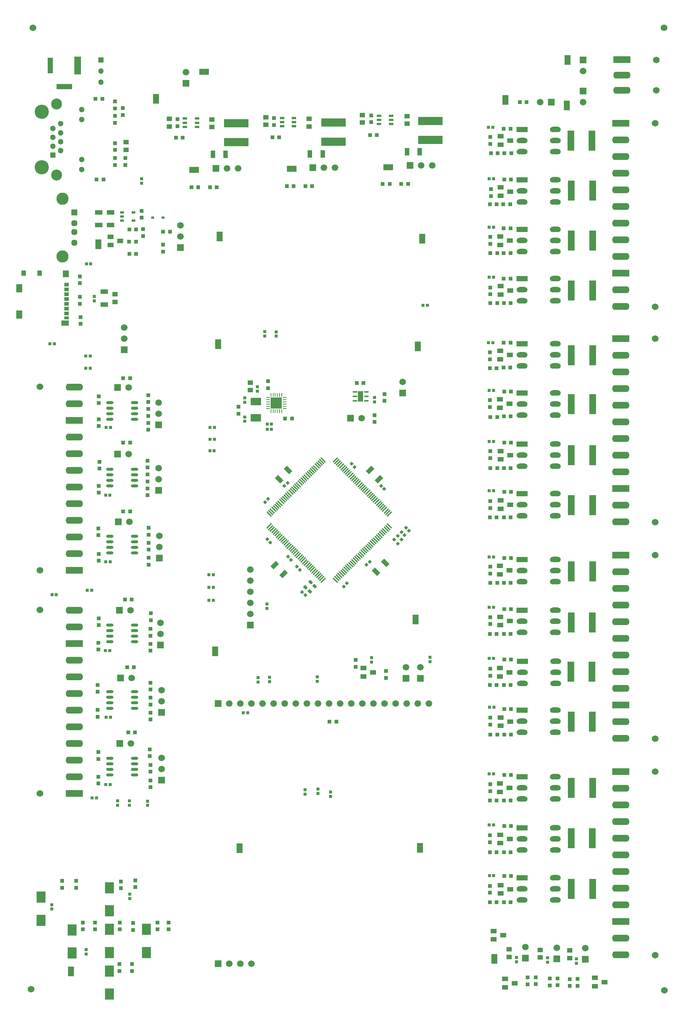
<source format=gbr>
%TF.GenerationSoftware,Altium Limited,Altium Designer,19.1.5 (86)*%
G04 Layer_Color=255*
%FSLAX26Y26*%
%MOIN*%
%TF.FileFunction,Pads,Top*%
%TF.Part,Single*%
G01*
G75*
%TA.AperFunction,SMDPad,CuDef*%
G04:AMPARAMS|DCode=11|XSize=66.929mil|YSize=41.339mil|CornerRadius=0mil|HoleSize=0mil|Usage=FLASHONLY|Rotation=225.000|XOffset=0mil|YOffset=0mil|HoleType=Round|Shape=Rectangle|*
%AMROTATEDRECTD11*
4,1,4,0.009048,0.038278,0.038278,0.009048,-0.009048,-0.038278,-0.038278,-0.009048,0.009048,0.038278,0.0*
%
%ADD11ROTATEDRECTD11*%

G04:AMPARAMS|DCode=12|XSize=66.929mil|YSize=41.339mil|CornerRadius=0mil|HoleSize=0mil|Usage=FLASHONLY|Rotation=135.000|XOffset=0mil|YOffset=0mil|HoleType=Round|Shape=Rectangle|*
%AMROTATEDRECTD12*
4,1,4,0.038278,-0.009048,0.009048,-0.038278,-0.038278,0.009048,-0.009048,0.038278,0.038278,-0.009048,0.0*
%
%ADD12ROTATEDRECTD12*%

%ADD13P,0.035634X4X360.0*%
%ADD14P,0.035634X4X270.0*%
%ADD15P,0.038974X4X360.0*%
G04:AMPARAMS|DCode=16|XSize=33.465mil|YSize=25.591mil|CornerRadius=0mil|HoleSize=0mil|Usage=FLASHONLY|Rotation=135.000|XOffset=0mil|YOffset=0mil|HoleType=Round|Shape=Rectangle|*
%AMROTATEDRECTD16*
4,1,4,0.020879,-0.002784,0.002784,-0.020879,-0.020879,0.002784,-0.002784,0.020879,0.020879,-0.002784,0.0*
%
%ADD16ROTATEDRECTD16*%

%ADD17R,0.094488X0.066929*%
%ADD18R,0.039370X0.023622*%
G04:AMPARAMS|DCode=19|XSize=21.654mil|YSize=31.496mil|CornerRadius=1.949mil|HoleSize=0mil|Usage=FLASHONLY|Rotation=90.000|XOffset=0mil|YOffset=0mil|HoleType=Round|Shape=RoundedRectangle|*
%AMROUNDEDRECTD19*
21,1,0.021654,0.027599,0,0,90.0*
21,1,0.017756,0.031496,0,0,90.0*
1,1,0.003898,0.013799,0.008878*
1,1,0.003898,0.013799,-0.008878*
1,1,0.003898,-0.013799,-0.008878*
1,1,0.003898,-0.013799,0.008878*
%
%ADD19ROUNDEDRECTD19*%
%ADD20R,0.039370X0.015748*%
%ADD21R,0.050394X0.094488*%
%ADD22O,0.064961X0.025591*%
%ADD23O,0.035433X0.009842*%
%ADD24O,0.009842X0.035433*%
%ADD25R,0.098425X0.098425*%
%ADD26R,0.055118X0.086614*%
%ADD27R,0.086614X0.055118*%
%TA.AperFunction,ConnectorPad*%
%ADD28R,0.053150X0.074803*%
%ADD29R,0.039370X0.047244*%
%ADD30R,0.053150X0.061024*%
%ADD31R,0.043307X0.033465*%
%ADD32R,0.043307X0.029528*%
%ADD33R,0.070866X0.046063*%
%TA.AperFunction,SMDPad,CuDef*%
%ADD34R,0.078740X0.098425*%
%ADD35R,0.035433X0.033465*%
%ADD36R,0.033465X0.035433*%
%ADD37R,0.051181X0.041339*%
%ADD38R,0.055118X0.039370*%
%ADD39R,0.222047X0.077953*%
%TA.AperFunction,ConnectorPad*%
%ADD40R,0.157480X0.062992*%
%ADD41O,0.157480X0.062992*%
%TA.AperFunction,SMDPad,CuDef*%
%ADD42R,0.157480X0.062992*%
%ADD43O,0.157480X0.062992*%
%ADD44R,0.059055X0.181102*%
%ADD45R,0.031496X0.023622*%
%ADD46R,0.025197X0.025197*%
%ADD47R,0.025197X0.025197*%
%ADD48R,0.041339X0.066929*%
%ADD49R,0.066929X0.041339*%
%TA.AperFunction,ConnectorPad*%
%ADD50R,0.078740X0.098425*%
%TA.AperFunction,SMDPad,CuDef*%
G04:AMPARAMS|DCode=51|XSize=11.811mil|YSize=61.024mil|CornerRadius=0mil|HoleSize=0mil|Usage=FLASHONLY|Rotation=45.000|XOffset=0mil|YOffset=0mil|HoleType=Round|Shape=Rectangle|*
%AMROTATEDRECTD51*
4,1,4,0.017399,-0.025751,-0.025751,0.017399,-0.017399,0.025751,0.025751,-0.017399,0.017399,-0.025751,0.0*
%
%ADD51ROTATEDRECTD51*%

G04:AMPARAMS|DCode=52|XSize=11.811mil|YSize=61.024mil|CornerRadius=0mil|HoleSize=0mil|Usage=FLASHONLY|Rotation=315.000|XOffset=0mil|YOffset=0mil|HoleType=Round|Shape=Rectangle|*
%AMROTATEDRECTD52*
4,1,4,-0.025751,-0.017399,0.017399,0.025751,0.025751,0.017399,-0.017399,-0.025751,-0.025751,-0.017399,0.0*
%
%ADD52ROTATEDRECTD52*%

%TA.AperFunction,ComponentPad*%
%ADD56R,0.050000X0.050000*%
%ADD57C,0.050000*%
%ADD58R,0.059055X0.059055*%
%ADD59C,0.059055*%
%ADD60R,0.059055X0.059055*%
%ADD61R,0.100000X0.050000*%
%ADD62O,0.100000X0.050000*%
%ADD63C,0.110236*%
%ADD64C,0.057087*%
%ADD65R,0.057087X0.057087*%
%ADD66C,0.060000*%
%ADD67R,0.139764X0.051181*%
%ADD68R,0.051181X0.139764*%
%ADD69R,0.061024X0.161417*%
%ADD70R,0.051181X0.051181*%
%ADD71C,0.051181*%
%ADD72C,0.127953*%
%ADD73C,0.098425*%
%TA.AperFunction,ViaPad*%
%ADD74C,0.060000*%
D11*
X3421062Y4573938D02*
D03*
X3338938Y4656062D02*
D03*
X4281062Y5428938D02*
D03*
X4198938Y5511062D02*
D03*
D12*
X3378938Y5428938D02*
D03*
X3461062Y5511062D02*
D03*
X4253938Y4593938D02*
D03*
X4336062Y4676062D02*
D03*
D13*
X3252194Y5222194D02*
D03*
X3280311Y5250311D02*
D03*
X4167194Y4657194D02*
D03*
X4195311Y4685311D02*
D03*
X3427194Y5367194D02*
D03*
X3455311Y5395311D02*
D03*
X3962194Y4462194D02*
D03*
X3990311Y4490311D02*
D03*
D14*
X4032194Y5567806D02*
D03*
X4060311Y5539689D02*
D03*
X3567806Y4612194D02*
D03*
X3539689Y4640311D02*
D03*
X4328117Y5341883D02*
D03*
X4300000Y5370000D02*
D03*
X4521941Y4992552D02*
D03*
X4550059Y4964435D02*
D03*
X3487806Y4702194D02*
D03*
X3459689Y4730311D02*
D03*
X3272194Y4887806D02*
D03*
X3300311Y4859689D02*
D03*
X4481941Y4952552D02*
D03*
X4510059Y4924435D02*
D03*
X3587194Y4412806D02*
D03*
X3615311Y4384689D02*
D03*
D15*
X4449949Y4919545D02*
D03*
X4484747Y4884746D02*
D03*
X4415150D02*
D03*
X4449949Y4849948D02*
D03*
D16*
X3664176Y4501758D02*
D03*
X3701758Y4464176D02*
D03*
X3618242Y4455824D02*
D03*
X3655824Y4418242D02*
D03*
D17*
X3170000Y6127835D02*
D03*
Y5982165D02*
D03*
D18*
X2639134Y8602598D02*
D03*
Y8640000D02*
D03*
Y8677401D02*
D03*
X2530866D02*
D03*
Y8640000D02*
D03*
Y8602598D02*
D03*
X3514134Y8607598D02*
D03*
Y8645000D02*
D03*
Y8682401D02*
D03*
X3405866D02*
D03*
Y8645000D02*
D03*
Y8607598D02*
D03*
X4389606Y8627598D02*
D03*
Y8665000D02*
D03*
Y8702401D02*
D03*
X4281339D02*
D03*
Y8665000D02*
D03*
Y8627598D02*
D03*
D19*
X1964803Y7832402D02*
D03*
Y7795000D02*
D03*
Y7757599D02*
D03*
X2065197D02*
D03*
Y7832402D02*
D03*
D20*
X4062244Y6214370D02*
D03*
Y6175000D02*
D03*
Y6135630D02*
D03*
X4167756Y6214370D02*
D03*
Y6175000D02*
D03*
Y6135630D02*
D03*
D21*
X4115000Y6175000D02*
D03*
D22*
X1853780Y2915000D02*
D03*
Y2865000D02*
D03*
Y2815000D02*
D03*
Y2765000D02*
D03*
X2076220Y2915000D02*
D03*
Y2865000D02*
D03*
Y2815000D02*
D03*
Y2765000D02*
D03*
X1853780Y3515000D02*
D03*
Y3465000D02*
D03*
Y3415000D02*
D03*
Y3365000D02*
D03*
X2076220Y3515000D02*
D03*
Y3465000D02*
D03*
Y3415000D02*
D03*
Y3365000D02*
D03*
X1853780Y4115000D02*
D03*
Y4065000D02*
D03*
Y4015000D02*
D03*
Y3965000D02*
D03*
X2076220Y4115000D02*
D03*
Y4065000D02*
D03*
Y4015000D02*
D03*
Y3965000D02*
D03*
X1853780Y4915000D02*
D03*
Y4865000D02*
D03*
Y4815000D02*
D03*
Y4765000D02*
D03*
X2076220Y4915000D02*
D03*
Y4865000D02*
D03*
Y4815000D02*
D03*
Y4765000D02*
D03*
X1853780Y5520000D02*
D03*
Y5470000D02*
D03*
Y5420000D02*
D03*
Y5370000D02*
D03*
X2076220Y5520000D02*
D03*
Y5470000D02*
D03*
Y5420000D02*
D03*
Y5370000D02*
D03*
X1853780Y6120000D02*
D03*
Y6070000D02*
D03*
Y6020000D02*
D03*
Y5970000D02*
D03*
X2076220Y6120000D02*
D03*
Y6070000D02*
D03*
Y6020000D02*
D03*
Y5970000D02*
D03*
D23*
X3280000Y6164370D02*
D03*
Y6144685D02*
D03*
Y6125000D02*
D03*
Y6105315D02*
D03*
Y6085630D02*
D03*
Y6065945D02*
D03*
X3429606D02*
D03*
Y6085630D02*
D03*
Y6105315D02*
D03*
Y6125000D02*
D03*
Y6144685D02*
D03*
Y6164370D02*
D03*
D24*
X3305591Y6040354D02*
D03*
X3325276D02*
D03*
X3344961D02*
D03*
X3364646D02*
D03*
X3384331D02*
D03*
X3404016D02*
D03*
Y6189961D02*
D03*
X3384331D02*
D03*
X3364646D02*
D03*
X3344961D02*
D03*
X3325276D02*
D03*
X3305591D02*
D03*
D25*
X3354803Y6115158D02*
D03*
D26*
X4650000Y2110000D02*
D03*
X3025000Y2105000D02*
D03*
X4670000Y7595000D02*
D03*
X2845000Y7615000D02*
D03*
X4610000Y4165000D02*
D03*
X4630000Y6625000D02*
D03*
X2830000Y6645000D02*
D03*
X2805000Y3880000D02*
D03*
X5320000Y1110000D02*
D03*
X5420000Y8845000D02*
D03*
X1505000Y995000D02*
D03*
X2270000Y8855000D02*
D03*
X1750000Y7545000D02*
D03*
X5980000Y9205000D02*
D03*
X5975000Y8795000D02*
D03*
D27*
X2615000Y8215000D02*
D03*
X3495000Y8225000D02*
D03*
X4365000Y8239213D02*
D03*
X2705000Y9100000D02*
D03*
D28*
X1036909Y6913445D02*
D03*
Y7148484D02*
D03*
D29*
X1220965Y7286280D02*
D03*
X1075295D02*
D03*
D30*
X1458169Y7279390D02*
D03*
D31*
X1463091Y7182539D02*
D03*
Y7139232D02*
D03*
Y7095925D02*
D03*
Y7052618D02*
D03*
Y7009311D02*
D03*
Y6966004D02*
D03*
Y6922697D02*
D03*
D32*
Y6881358D02*
D03*
D33*
X1449311Y6833721D02*
D03*
D34*
X1235000Y1664331D02*
D03*
Y1455669D02*
D03*
X1850000Y1165669D02*
D03*
Y1374331D02*
D03*
X2185000Y1165669D02*
D03*
Y1374331D02*
D03*
X1515000Y1160669D02*
D03*
Y1369331D02*
D03*
X1850000Y1540669D02*
D03*
Y1749331D02*
D03*
D35*
X2055000Y1060512D02*
D03*
Y999488D02*
D03*
X2065000Y1430512D02*
D03*
Y1369488D02*
D03*
X1720000Y1435512D02*
D03*
Y1374488D02*
D03*
X2385000Y1435512D02*
D03*
Y1374488D02*
D03*
X2085000Y1815512D02*
D03*
Y1754488D02*
D03*
X4240000Y5944488D02*
D03*
Y6005512D02*
D03*
X4345000Y3700512D02*
D03*
Y3639488D02*
D03*
X4070000Y3800512D02*
D03*
Y3739488D02*
D03*
X2465000Y8670512D02*
D03*
Y8609488D02*
D03*
X3335000Y8680512D02*
D03*
Y8619488D02*
D03*
X4210000Y8705512D02*
D03*
Y8644488D02*
D03*
X2155000Y7680512D02*
D03*
Y7619488D02*
D03*
X2140000Y7845512D02*
D03*
Y7784488D02*
D03*
X2335000Y7540512D02*
D03*
Y7479488D02*
D03*
X4330000Y6134488D02*
D03*
Y6195512D02*
D03*
X6000000Y925512D02*
D03*
Y864488D02*
D03*
X5820000Y930512D02*
D03*
Y869488D02*
D03*
X5620000Y940512D02*
D03*
Y879488D02*
D03*
X1940000Y1060512D02*
D03*
Y999488D02*
D03*
X1945000Y1435512D02*
D03*
Y1374488D02*
D03*
X1610000Y1435512D02*
D03*
Y1374488D02*
D03*
X2285000Y1435512D02*
D03*
Y1374488D02*
D03*
X1955000Y1805512D02*
D03*
Y1744488D02*
D03*
X1590000Y6890000D02*
D03*
Y6828976D02*
D03*
X1585000Y7193976D02*
D03*
Y7255000D02*
D03*
Y7009488D02*
D03*
Y7070512D02*
D03*
X1750000Y2750000D02*
D03*
Y2688976D02*
D03*
X1745000Y3350512D02*
D03*
Y3289488D02*
D03*
X2215000Y2995512D02*
D03*
Y2934488D02*
D03*
X2220000Y2715512D02*
D03*
Y2654488D02*
D03*
Y2855512D02*
D03*
Y2794488D02*
D03*
X1750000Y2970512D02*
D03*
Y2909488D02*
D03*
X2220000Y3595512D02*
D03*
Y3534488D02*
D03*
Y3325512D02*
D03*
Y3264488D02*
D03*
Y3460512D02*
D03*
Y3399488D02*
D03*
X1745000Y3575512D02*
D03*
Y3514488D02*
D03*
X1750000Y3955512D02*
D03*
Y3894488D02*
D03*
X1755000Y4755512D02*
D03*
Y4694488D02*
D03*
X2225000Y4220512D02*
D03*
Y4159488D02*
D03*
X2220000Y3945512D02*
D03*
Y3884488D02*
D03*
Y4080512D02*
D03*
Y4019488D02*
D03*
X1755000Y4175512D02*
D03*
Y4114488D02*
D03*
X2205000Y4990512D02*
D03*
Y4929488D02*
D03*
Y4720512D02*
D03*
Y4659488D02*
D03*
Y4855512D02*
D03*
Y4794488D02*
D03*
X1750000Y4985000D02*
D03*
Y4923976D02*
D03*
X1755000Y5370000D02*
D03*
Y5308976D02*
D03*
Y5970000D02*
D03*
Y5908976D02*
D03*
X2195000Y5595000D02*
D03*
Y5533976D02*
D03*
Y5345512D02*
D03*
Y5284488D02*
D03*
Y5470512D02*
D03*
Y5409488D02*
D03*
X1760000Y5585512D02*
D03*
Y5524488D02*
D03*
X2200000Y6185000D02*
D03*
Y6123976D02*
D03*
Y5935000D02*
D03*
Y5873976D02*
D03*
Y6060512D02*
D03*
Y5999488D02*
D03*
X1755000Y6175512D02*
D03*
Y6114488D02*
D03*
X1900000Y8701024D02*
D03*
Y8640000D02*
D03*
Y8320512D02*
D03*
Y8259488D02*
D03*
Y8831024D02*
D03*
Y8770000D02*
D03*
Y8455512D02*
D03*
Y8394488D02*
D03*
X1425000Y1749488D02*
D03*
Y1810512D02*
D03*
X1550000D02*
D03*
Y1749488D02*
D03*
X3015000Y6019488D02*
D03*
Y6080512D02*
D03*
X3280000Y6249488D02*
D03*
Y6310512D02*
D03*
X5280000Y1765512D02*
D03*
Y1704488D02*
D03*
Y2220512D02*
D03*
Y2159488D02*
D03*
X5285000Y2680512D02*
D03*
Y2619488D02*
D03*
Y3280512D02*
D03*
Y3219488D02*
D03*
Y3720512D02*
D03*
Y3659488D02*
D03*
Y4185512D02*
D03*
Y4124488D02*
D03*
Y4640512D02*
D03*
Y4579488D02*
D03*
Y5230512D02*
D03*
Y5169488D02*
D03*
Y5680512D02*
D03*
Y5619488D02*
D03*
X5280000Y6570512D02*
D03*
Y6509488D02*
D03*
Y6140512D02*
D03*
Y6079488D02*
D03*
X5285000Y7610512D02*
D03*
Y7549488D02*
D03*
Y7155512D02*
D03*
Y7094488D02*
D03*
X5290000Y8040512D02*
D03*
Y7979488D02*
D03*
X5285000Y8510512D02*
D03*
Y8449488D02*
D03*
X6070000Y927480D02*
D03*
Y866457D02*
D03*
X5890000Y932480D02*
D03*
Y871457D02*
D03*
X5695000Y942480D02*
D03*
Y881457D02*
D03*
X1970000Y8771024D02*
D03*
Y8710000D02*
D03*
X1995000Y8320512D02*
D03*
Y8259488D02*
D03*
D36*
X5549488Y8825000D02*
D03*
X5610512D02*
D03*
X2650512Y8060000D02*
D03*
X2589488D02*
D03*
X3510512Y8070000D02*
D03*
X3449488D02*
D03*
X4375512Y8090000D02*
D03*
X4314488D02*
D03*
X2090512Y7680000D02*
D03*
X2029488D02*
D03*
X2335000Y7660000D02*
D03*
X2396024D02*
D03*
X4140512Y6295000D02*
D03*
X4079488D02*
D03*
X3834488Y3245000D02*
D03*
X3895512D02*
D03*
X2080512Y3150000D02*
D03*
X2019488D02*
D03*
X2071024Y3735000D02*
D03*
X2010000D02*
D03*
X2050000Y4345000D02*
D03*
X1988976D02*
D03*
X2035512Y5140000D02*
D03*
X1974488D02*
D03*
X2036024Y5760000D02*
D03*
X1975000D02*
D03*
X2035512Y6340000D02*
D03*
X1974488D02*
D03*
X1724488Y8855000D02*
D03*
X1785512D02*
D03*
X1735000Y8130000D02*
D03*
X1796024D02*
D03*
X3495512Y5975000D02*
D03*
X3434488D02*
D03*
X5340512Y1620000D02*
D03*
X5279488D02*
D03*
X5341024Y2070000D02*
D03*
X5280000D02*
D03*
X5470512Y1855000D02*
D03*
X5409488D02*
D03*
X5470512Y2305000D02*
D03*
X5409488D02*
D03*
X5340512Y2535000D02*
D03*
X5279488D02*
D03*
X5345512Y3130000D02*
D03*
X5284488D02*
D03*
X5470512Y2765000D02*
D03*
X5409488D02*
D03*
X5470512Y3360000D02*
D03*
X5409488D02*
D03*
X5340512Y3575000D02*
D03*
X5279488D02*
D03*
X5340512Y4035000D02*
D03*
X5279488D02*
D03*
X5470512Y3805000D02*
D03*
X5409488D02*
D03*
X5470512Y4260000D02*
D03*
X5409488D02*
D03*
X5345512Y4495000D02*
D03*
X5284488D02*
D03*
X5340512Y5085000D02*
D03*
X5279488D02*
D03*
X5470512Y4720000D02*
D03*
X5409488D02*
D03*
X5470512Y5315000D02*
D03*
X5409488D02*
D03*
X5345512Y5530000D02*
D03*
X5284488D02*
D03*
X5470512Y5760000D02*
D03*
X5409488D02*
D03*
X5345512Y5990000D02*
D03*
X5284488D02*
D03*
X5341024Y6430000D02*
D03*
X5280000D02*
D03*
X5470512Y6220000D02*
D03*
X5409488D02*
D03*
X5465512Y6660000D02*
D03*
X5404488D02*
D03*
X5345512Y7015000D02*
D03*
X5284488D02*
D03*
X5345512Y7465000D02*
D03*
X5284488D02*
D03*
X5465512Y7235000D02*
D03*
X5404488D02*
D03*
X5465512Y7690000D02*
D03*
X5404488D02*
D03*
X5341024Y7905000D02*
D03*
X5280000D02*
D03*
X5350512Y8365000D02*
D03*
X5289488D02*
D03*
X5470512Y8130000D02*
D03*
X5409488D02*
D03*
X5466024Y8585000D02*
D03*
X5405000D02*
D03*
X2817480Y8060000D02*
D03*
X2756457D02*
D03*
X3677480Y8070000D02*
D03*
X3616457D02*
D03*
X4542480Y8090000D02*
D03*
X4481457D02*
D03*
X2027520Y7570000D02*
D03*
X2088543D02*
D03*
X2028976Y7460000D02*
D03*
X2090000D02*
D03*
X5467480Y1620000D02*
D03*
X5406457D02*
D03*
X5467480Y2070000D02*
D03*
X5406457D02*
D03*
X5467480Y2535000D02*
D03*
X5406457D02*
D03*
X5471024Y3130000D02*
D03*
X5410000D02*
D03*
X5467480Y3575000D02*
D03*
X5406457D02*
D03*
X5467480Y4035000D02*
D03*
X5406457D02*
D03*
X5467480Y4495000D02*
D03*
X5406457D02*
D03*
X5467480Y5085000D02*
D03*
X5406457D02*
D03*
X5467480Y5530000D02*
D03*
X5406457D02*
D03*
X5467480Y5995000D02*
D03*
X5406457D02*
D03*
X5465000Y6435000D02*
D03*
X5403976D02*
D03*
X5467480Y7015000D02*
D03*
X5406457D02*
D03*
X5466024Y7465000D02*
D03*
X5405000D02*
D03*
X5462480Y7905000D02*
D03*
X5401457D02*
D03*
X5472480Y8365000D02*
D03*
X5411457D02*
D03*
X2510512Y8505000D02*
D03*
X2449488D02*
D03*
X3380512Y8510000D02*
D03*
X3319488D02*
D03*
X4260512Y8530000D02*
D03*
X4199488D02*
D03*
D37*
X2390000Y8675000D02*
D03*
Y8606102D02*
D03*
X3260000Y8689449D02*
D03*
Y8620551D02*
D03*
X4130000Y8709449D02*
D03*
Y8640551D02*
D03*
X6000000Y1184449D02*
D03*
Y1115551D02*
D03*
X5735000Y1189449D02*
D03*
Y1120551D02*
D03*
X5455000Y1194449D02*
D03*
Y1125551D02*
D03*
X1900000Y7093898D02*
D03*
Y7025000D02*
D03*
X2000000Y8396102D02*
D03*
Y8465000D02*
D03*
X3120000Y6230551D02*
D03*
Y6299449D02*
D03*
X2775000Y8600551D02*
D03*
Y8669449D02*
D03*
X3650000Y8605551D02*
D03*
Y8674449D02*
D03*
X4535000Y8630551D02*
D03*
Y8699449D02*
D03*
D38*
X5463307Y1735000D02*
D03*
X5376693Y1697599D02*
D03*
Y1772402D02*
D03*
X5461614Y2187598D02*
D03*
X5375000Y2150197D02*
D03*
Y2225000D02*
D03*
X5458307Y2650000D02*
D03*
X5371693Y2612599D02*
D03*
Y2687402D02*
D03*
X5463307Y3245000D02*
D03*
X5376693Y3207599D02*
D03*
Y3282402D02*
D03*
X5458307Y3690000D02*
D03*
X5371693Y3652599D02*
D03*
Y3727402D02*
D03*
X5461614Y4152401D02*
D03*
X5375000Y4115000D02*
D03*
Y4189803D02*
D03*
X5458307Y4610000D02*
D03*
X5371693Y4572599D02*
D03*
Y4647402D02*
D03*
X5463307Y5200000D02*
D03*
X5376693Y5162599D02*
D03*
Y5237402D02*
D03*
X5463307Y5645000D02*
D03*
X5376693Y5607599D02*
D03*
Y5682402D02*
D03*
X5458307Y6110000D02*
D03*
X5371693Y6072599D02*
D03*
Y6147402D02*
D03*
X5461614Y6547401D02*
D03*
X5375000Y6510000D02*
D03*
Y6584803D02*
D03*
X5463307Y7130000D02*
D03*
X5376693Y7092599D02*
D03*
Y7167402D02*
D03*
X5461614Y7577401D02*
D03*
X5375000Y7540000D02*
D03*
Y7614803D02*
D03*
X5463307Y8020000D02*
D03*
X5376693Y7982599D02*
D03*
Y8057402D02*
D03*
X5463307Y8480000D02*
D03*
X5376693Y8442599D02*
D03*
Y8517402D02*
D03*
X1948307Y7575000D02*
D03*
X1861693Y7537599D02*
D03*
Y7612402D02*
D03*
X6313307Y900000D02*
D03*
X6226693Y862598D02*
D03*
Y937402D02*
D03*
X5503307Y890000D02*
D03*
X5416693Y852598D02*
D03*
Y927402D02*
D03*
X5401614Y1322598D02*
D03*
X5315000Y1285197D02*
D03*
Y1360000D02*
D03*
X4228307Y3690000D02*
D03*
X4141693Y3652599D02*
D03*
Y3727402D02*
D03*
D39*
X2995000Y8636220D02*
D03*
Y8463780D02*
D03*
X3870000Y8641220D02*
D03*
Y8468780D02*
D03*
X4745000Y8656220D02*
D03*
Y8483780D02*
D03*
D40*
X1535000Y2600000D02*
D03*
Y3950000D02*
D03*
Y4610000D02*
D03*
Y5960000D02*
D03*
X6470945Y9206969D02*
D03*
D41*
X1535000Y2750000D02*
D03*
Y2900000D02*
D03*
Y3050000D02*
D03*
Y3200000D02*
D03*
Y3350000D02*
D03*
Y3500000D02*
D03*
Y3650000D02*
D03*
Y3800000D02*
D03*
Y4100000D02*
D03*
Y4250000D02*
D03*
Y4760000D02*
D03*
Y4910000D02*
D03*
Y5060000D02*
D03*
Y5210000D02*
D03*
Y5360000D02*
D03*
Y5510000D02*
D03*
Y5660000D02*
D03*
Y5810000D02*
D03*
Y6110000D02*
D03*
Y6260000D02*
D03*
X6470945Y9069173D02*
D03*
Y8931378D02*
D03*
D42*
X6460000Y2795000D02*
D03*
Y1445000D02*
D03*
X6458976Y4745000D02*
D03*
Y3395000D02*
D03*
X6460000Y6695000D02*
D03*
Y5345000D02*
D03*
Y8635000D02*
D03*
Y7285000D02*
D03*
D43*
Y2645000D02*
D03*
Y2495000D02*
D03*
Y2345000D02*
D03*
Y2195000D02*
D03*
Y2045000D02*
D03*
Y1895000D02*
D03*
Y1745000D02*
D03*
Y1595000D02*
D03*
Y1295000D02*
D03*
Y1145000D02*
D03*
X6458976Y4595000D02*
D03*
Y4445000D02*
D03*
Y4295000D02*
D03*
Y4145000D02*
D03*
Y3995000D02*
D03*
Y3845000D02*
D03*
Y3695000D02*
D03*
Y3545000D02*
D03*
Y3245000D02*
D03*
Y3095000D02*
D03*
X6460000Y6545000D02*
D03*
Y6395000D02*
D03*
Y6245000D02*
D03*
Y6095000D02*
D03*
Y5945000D02*
D03*
Y5795000D02*
D03*
Y5645000D02*
D03*
Y5495000D02*
D03*
Y5195000D02*
D03*
Y5045000D02*
D03*
Y8485000D02*
D03*
Y8335000D02*
D03*
Y8185000D02*
D03*
Y8035000D02*
D03*
Y7885000D02*
D03*
Y7735000D02*
D03*
Y7585000D02*
D03*
Y7435000D02*
D03*
Y7135000D02*
D03*
Y6985000D02*
D03*
D44*
X6206457Y1740000D02*
D03*
X6013543D02*
D03*
X6205000Y2195000D02*
D03*
X6012087D02*
D03*
X6206457Y2650000D02*
D03*
X6013543D02*
D03*
X6205000Y3245000D02*
D03*
X6012087D02*
D03*
X6201457Y3695000D02*
D03*
X6008543D02*
D03*
X6205000Y4140000D02*
D03*
X6012087D02*
D03*
X6206457Y4600000D02*
D03*
X6013543D02*
D03*
X6206457Y5195000D02*
D03*
X6013543D02*
D03*
X6206457Y5645000D02*
D03*
X6013543D02*
D03*
X6206457Y6105000D02*
D03*
X6013543D02*
D03*
X6206457Y6545000D02*
D03*
X6013543D02*
D03*
X6206457Y7130000D02*
D03*
X6013543D02*
D03*
X6206457Y7580000D02*
D03*
X6013543D02*
D03*
X6206457Y8030000D02*
D03*
X6013543D02*
D03*
X6201457Y8480000D02*
D03*
X6008543D02*
D03*
D45*
X2335000Y7785000D02*
D03*
X2240512D02*
D03*
D46*
X1925000Y2491890D02*
D03*
Y2531653D02*
D03*
X3355000Y6716890D02*
D03*
Y6756654D02*
D03*
X3190000Y3643110D02*
D03*
Y3603347D02*
D03*
X3725000Y3648110D02*
D03*
Y3608347D02*
D03*
X3845000Y2571890D02*
D03*
Y2611653D02*
D03*
X3250000Y6720000D02*
D03*
Y6759764D02*
D03*
X3295000Y3645000D02*
D03*
Y3605236D02*
D03*
X3730000Y2600000D02*
D03*
Y2639764D02*
D03*
X2030000Y2491890D02*
D03*
Y2531653D02*
D03*
X3615000Y2633110D02*
D03*
Y2593347D02*
D03*
X2195000Y2530000D02*
D03*
Y2490236D02*
D03*
X2140000Y8135000D02*
D03*
Y8095236D02*
D03*
X4740000Y3825000D02*
D03*
Y3785236D02*
D03*
X6060000Y1108110D02*
D03*
Y1068347D02*
D03*
X5800000Y1118110D02*
D03*
Y1078347D02*
D03*
X5520000Y1123110D02*
D03*
Y1083347D02*
D03*
X2035000Y1693110D02*
D03*
Y1653347D02*
D03*
X1640000Y1193110D02*
D03*
Y1153347D02*
D03*
X3270000Y4265236D02*
D03*
Y4305000D02*
D03*
X4215000Y3821220D02*
D03*
Y3781457D02*
D03*
X4240000Y6165000D02*
D03*
Y6125236D02*
D03*
X1715000Y7033779D02*
D03*
Y7073543D02*
D03*
X1330000Y1556890D02*
D03*
Y1596653D02*
D03*
X3070000Y5990000D02*
D03*
Y5950236D02*
D03*
Y6121890D02*
D03*
Y6161654D02*
D03*
X3185000Y6221890D02*
D03*
Y6261654D02*
D03*
D47*
X4718110Y6995000D02*
D03*
X4678346D02*
D03*
X2798110Y5790000D02*
D03*
X2758347D02*
D03*
X2788110Y4455000D02*
D03*
X2748347D02*
D03*
X2795000Y5685000D02*
D03*
X2755236D02*
D03*
X2788110Y4570000D02*
D03*
X2748347D02*
D03*
X1678110Y6430000D02*
D03*
X1638347D02*
D03*
X1733110Y2560000D02*
D03*
X1693347D02*
D03*
X2756890Y5895000D02*
D03*
X2796653D02*
D03*
X2746890Y4340000D02*
D03*
X2786653D02*
D03*
X1650000Y4430000D02*
D03*
X1689764D02*
D03*
X1636890Y6540000D02*
D03*
X1676653D02*
D03*
X1641890Y7370000D02*
D03*
X1681653D02*
D03*
X1331890Y4390000D02*
D03*
X1371653D02*
D03*
X1315000Y6650000D02*
D03*
X1354764D02*
D03*
X3098110Y3325000D02*
D03*
X3058347D02*
D03*
X5315000Y1860000D02*
D03*
X5275236D02*
D03*
X5313110Y2315000D02*
D03*
X5273346D02*
D03*
X5313110Y2775000D02*
D03*
X5273346D02*
D03*
X5316221Y3375000D02*
D03*
X5276457D02*
D03*
X5313110Y3815000D02*
D03*
X5273346D02*
D03*
X5313110Y4275000D02*
D03*
X5273346D02*
D03*
X5313110Y4730000D02*
D03*
X5273346D02*
D03*
X5313110Y5325000D02*
D03*
X5273346D02*
D03*
X5313110Y5770000D02*
D03*
X5273346D02*
D03*
X5313110Y6230000D02*
D03*
X5273346D02*
D03*
X5308110Y6660000D02*
D03*
X5268346D02*
D03*
X5313110Y7250000D02*
D03*
X5273346D02*
D03*
X5313110Y7700000D02*
D03*
X5273346D02*
D03*
X5313110Y8135000D02*
D03*
X5273346D02*
D03*
X5308110Y8600000D02*
D03*
X5268346D02*
D03*
X1858110Y2680000D02*
D03*
X1818347D02*
D03*
X1860000Y3285000D02*
D03*
X1820236D02*
D03*
X1853110Y3885000D02*
D03*
X1813347D02*
D03*
X1858110Y4685000D02*
D03*
X1818347D02*
D03*
X1855000Y5285000D02*
D03*
X1815236D02*
D03*
X1860000Y5895000D02*
D03*
X1820236D02*
D03*
X3271890Y5880000D02*
D03*
X3311653D02*
D03*
X3271890Y5925000D02*
D03*
X3311653D02*
D03*
D48*
X2781929Y8355000D02*
D03*
X2898071D02*
D03*
X3656929Y8360000D02*
D03*
X3773071D02*
D03*
X4531929Y8380000D02*
D03*
X4648071D02*
D03*
D49*
X1860000Y7716929D02*
D03*
Y7833071D02*
D03*
X1755000Y7716929D02*
D03*
Y7833071D02*
D03*
X1805000Y7118071D02*
D03*
Y7001929D02*
D03*
D50*
X1850000Y790669D02*
D03*
Y999331D02*
D03*
D51*
X3777711Y5602711D02*
D03*
X3763791Y5588791D02*
D03*
X3749872Y5574872D02*
D03*
X3735952Y5560953D02*
D03*
X3722033Y5547033D02*
D03*
X3708114Y5533114D02*
D03*
X3694194Y5519194D02*
D03*
X3680275Y5505275D02*
D03*
X3666355Y5491355D02*
D03*
X3652436Y5477436D02*
D03*
X3638517Y5463517D02*
D03*
X3624597Y5449597D02*
D03*
X3610678Y5435678D02*
D03*
X3596758Y5421758D02*
D03*
X3582839Y5407839D02*
D03*
X3568919Y5393919D02*
D03*
X3555000Y5380000D02*
D03*
X3541081Y5366081D02*
D03*
X3527161Y5352161D02*
D03*
X3513242Y5338242D02*
D03*
X3499322Y5324322D02*
D03*
X3485403Y5310403D02*
D03*
X3471483Y5296483D02*
D03*
X3457564Y5282564D02*
D03*
X3443645Y5268645D02*
D03*
X3429725Y5254725D02*
D03*
X3415806Y5240806D02*
D03*
X3401886Y5226886D02*
D03*
X3387967Y5212967D02*
D03*
X3374048Y5199047D02*
D03*
X3360128Y5185128D02*
D03*
X3346209Y5171209D02*
D03*
X3332289Y5157289D02*
D03*
X3318370Y5143370D02*
D03*
X3304450Y5129450D02*
D03*
X3290531Y5115531D02*
D03*
X3886282Y4519779D02*
D03*
X3900202Y4533699D02*
D03*
X3914121Y4547618D02*
D03*
X3928041Y4561538D02*
D03*
X3941960Y4575457D02*
D03*
X3955880Y4589377D02*
D03*
X3969799Y4603296D02*
D03*
X3983718Y4617215D02*
D03*
X3997638Y4631135D02*
D03*
X4011557Y4645054D02*
D03*
X4025477Y4658974D02*
D03*
X4039396Y4672893D02*
D03*
X4053315Y4686813D02*
D03*
X4067235Y4700732D02*
D03*
X4081154Y4714651D02*
D03*
X4095074Y4728571D02*
D03*
X4108993Y4742490D02*
D03*
X4122913Y4756410D02*
D03*
X4136832Y4770329D02*
D03*
X4150751Y4784249D02*
D03*
X4164671Y4798168D02*
D03*
X4178590Y4812087D02*
D03*
X4192510Y4826007D02*
D03*
X4206429Y4839926D02*
D03*
X4220349Y4853846D02*
D03*
X4234268Y4867765D02*
D03*
X4248187Y4881685D02*
D03*
X4262107Y4895604D02*
D03*
X4276026Y4909523D02*
D03*
X4289946Y4923443D02*
D03*
X4303865Y4937362D02*
D03*
X4317784Y4951282D02*
D03*
X4331704Y4965201D02*
D03*
X4345623Y4979120D02*
D03*
X4359543Y4993040D02*
D03*
X4373462Y5006959D02*
D03*
D52*
X3290531D02*
D03*
X3304450Y4993040D02*
D03*
X3318370Y4979120D02*
D03*
X3332289Y4965201D02*
D03*
X3346209Y4951282D02*
D03*
X3360128Y4937362D02*
D03*
X3374048Y4923443D02*
D03*
X3387967Y4909523D02*
D03*
X3401886Y4895604D02*
D03*
X3415806Y4881685D02*
D03*
X3429725Y4867765D02*
D03*
X3443645Y4853846D02*
D03*
X3457564Y4839926D02*
D03*
X3471483Y4826007D02*
D03*
X3485403Y4812087D02*
D03*
X3499322Y4798168D02*
D03*
X3513242Y4784249D02*
D03*
X3527161Y4770329D02*
D03*
X3541081Y4756410D02*
D03*
X3555000Y4742490D02*
D03*
X3568919Y4728571D02*
D03*
X3582839Y4714651D02*
D03*
X3596758Y4700732D02*
D03*
X3610678Y4686813D02*
D03*
X3624597Y4672893D02*
D03*
X3638517Y4658974D02*
D03*
X3652436Y4645054D02*
D03*
X3666355Y4631135D02*
D03*
X3680275Y4617215D02*
D03*
X3694194Y4603296D02*
D03*
X3708114Y4589377D02*
D03*
X3722033Y4575457D02*
D03*
X3735952Y4561538D02*
D03*
X3749872Y4547618D02*
D03*
X3763791Y4533699D02*
D03*
X3777711Y4519779D02*
D03*
X4373462Y5115531D02*
D03*
X4359543Y5129450D02*
D03*
X4345623Y5143370D02*
D03*
X4331704Y5157289D02*
D03*
X4317784Y5171209D02*
D03*
X4303865Y5185128D02*
D03*
X4289946Y5199047D02*
D03*
X4276026Y5212967D02*
D03*
X4262107Y5226886D02*
D03*
X4248187Y5240806D02*
D03*
X4234268Y5254725D02*
D03*
X4220349Y5268645D02*
D03*
X4206429Y5282564D02*
D03*
X4192510Y5296483D02*
D03*
X4178590Y5310403D02*
D03*
X4164671Y5324322D02*
D03*
X4150751Y5338242D02*
D03*
X4136832Y5352161D02*
D03*
X4122913Y5366081D02*
D03*
X4108993Y5380000D02*
D03*
X4095074Y5393919D02*
D03*
X4081154Y5407839D02*
D03*
X4067235Y5421758D02*
D03*
X4053315Y5435678D02*
D03*
X4039396Y5449597D02*
D03*
X4025477Y5463517D02*
D03*
X4011557Y5477436D02*
D03*
X3997638Y5491355D02*
D03*
X3983718Y5505275D02*
D03*
X3969799Y5519194D02*
D03*
X3955880Y5533114D02*
D03*
X3941960Y5547033D02*
D03*
X3928041Y5560953D02*
D03*
X3914121Y5574872D02*
D03*
X3900202Y5588791D02*
D03*
X3886282Y5602711D02*
D03*
D56*
X1775000Y9205000D02*
D03*
D57*
Y9105000D02*
D03*
Y9005000D02*
D03*
D58*
X5835000Y8825000D02*
D03*
X2810000Y8230000D02*
D03*
X3685000Y8235000D02*
D03*
X4560000Y8253780D02*
D03*
X4025000Y5980000D02*
D03*
X2830000Y3410000D02*
D03*
Y1065000D02*
D03*
X1945000Y3050000D02*
D03*
X1950000Y3640000D02*
D03*
X1940000Y4250000D02*
D03*
X1930000Y5045000D02*
D03*
X1925000Y5655000D02*
D03*
Y6255000D02*
D03*
D59*
X5735000Y8825000D02*
D03*
X2910000Y8230000D02*
D03*
X3010000D02*
D03*
X3785000Y8235000D02*
D03*
X3885000D02*
D03*
X4660000Y8253780D02*
D03*
X4760000D02*
D03*
X2490000Y7615000D02*
D03*
Y7715000D02*
D03*
X4495000Y6305000D02*
D03*
X1985000Y6695000D02*
D03*
Y6795000D02*
D03*
X2320000Y2820000D02*
D03*
Y2920000D02*
D03*
Y3430000D02*
D03*
Y3530000D02*
D03*
X2310000Y4035000D02*
D03*
Y4135000D02*
D03*
X4125000Y5980000D02*
D03*
X2300000Y4820000D02*
D03*
Y4920000D02*
D03*
X2295000Y5430000D02*
D03*
Y5530000D02*
D03*
Y6020000D02*
D03*
Y6120000D02*
D03*
X4655000Y3735000D02*
D03*
X4525000D02*
D03*
X2930000Y3410000D02*
D03*
X3030000D02*
D03*
X3130000D02*
D03*
X3230000D02*
D03*
X3330000D02*
D03*
X3430000D02*
D03*
X3530000D02*
D03*
X3630000D02*
D03*
X3730000D02*
D03*
X3830000D02*
D03*
X3930000D02*
D03*
X4030000D02*
D03*
X4130000D02*
D03*
X4230000D02*
D03*
X4330000D02*
D03*
X4430000D02*
D03*
X4530000D02*
D03*
X4630000D02*
D03*
X4730000D02*
D03*
X3130000Y1065000D02*
D03*
X3030000D02*
D03*
X2930000D02*
D03*
X2045000Y3050000D02*
D03*
X2050000Y3640000D02*
D03*
X2040000Y4250000D02*
D03*
X2030000Y5045000D02*
D03*
X2025000Y5655000D02*
D03*
Y6255000D02*
D03*
X6120000Y9105000D02*
D03*
X2540000Y9095000D02*
D03*
X6120000Y8825000D02*
D03*
X3120000Y4215000D02*
D03*
Y4315000D02*
D03*
Y4415000D02*
D03*
Y4515000D02*
D03*
Y4615000D02*
D03*
X6140000Y1205000D02*
D03*
X5885000Y1210000D02*
D03*
X5600000Y1215000D02*
D03*
D60*
X2490000Y7515000D02*
D03*
X4495000Y6205000D02*
D03*
X1985000Y6595000D02*
D03*
X2320000Y2720000D02*
D03*
Y3330000D02*
D03*
X2310000Y3935000D02*
D03*
X2300000Y4720000D02*
D03*
X2295000Y5330000D02*
D03*
Y5920000D02*
D03*
X4655000Y3635000D02*
D03*
X4525000D02*
D03*
X6120000Y9205000D02*
D03*
X2540000Y8995000D02*
D03*
X6120000Y8925000D02*
D03*
X3120000Y4115000D02*
D03*
X6140000Y1105000D02*
D03*
X5885000Y1110000D02*
D03*
X5600000Y1115000D02*
D03*
D61*
X5570000Y1840000D02*
D03*
Y2290000D02*
D03*
Y2750000D02*
D03*
Y3350000D02*
D03*
X5575000Y3790000D02*
D03*
X5570000Y4250000D02*
D03*
Y4705000D02*
D03*
Y5300000D02*
D03*
Y5745000D02*
D03*
Y6205000D02*
D03*
Y6650000D02*
D03*
Y7235000D02*
D03*
Y7680000D02*
D03*
Y8125000D02*
D03*
Y8580000D02*
D03*
D62*
Y1740000D02*
D03*
Y1640000D02*
D03*
X5870000Y1840000D02*
D03*
Y1740000D02*
D03*
Y1640000D02*
D03*
X5570000Y2190000D02*
D03*
Y2090000D02*
D03*
X5870000Y2290000D02*
D03*
Y2190000D02*
D03*
Y2090000D02*
D03*
X5570000Y2650000D02*
D03*
Y2550000D02*
D03*
X5870000Y2750000D02*
D03*
Y2650000D02*
D03*
Y2550000D02*
D03*
X5570000Y3250000D02*
D03*
Y3150000D02*
D03*
X5870000Y3350000D02*
D03*
Y3250000D02*
D03*
Y3150000D02*
D03*
X5575000Y3690000D02*
D03*
Y3590000D02*
D03*
X5875000Y3790000D02*
D03*
Y3690000D02*
D03*
Y3590000D02*
D03*
X5570000Y4150000D02*
D03*
Y4050000D02*
D03*
X5870000Y4250000D02*
D03*
Y4150000D02*
D03*
Y4050000D02*
D03*
X5570000Y4605000D02*
D03*
Y4505000D02*
D03*
X5870000Y4705000D02*
D03*
Y4605000D02*
D03*
Y4505000D02*
D03*
X5570000Y5200000D02*
D03*
Y5100000D02*
D03*
X5870000Y5300000D02*
D03*
Y5200000D02*
D03*
Y5100000D02*
D03*
X5570000Y5645000D02*
D03*
Y5545000D02*
D03*
X5870000Y5745000D02*
D03*
Y5645000D02*
D03*
Y5545000D02*
D03*
X5570000Y6105000D02*
D03*
Y6005000D02*
D03*
X5870000Y6205000D02*
D03*
Y6105000D02*
D03*
Y6005000D02*
D03*
X5570000Y6550000D02*
D03*
Y6450000D02*
D03*
X5870000Y6650000D02*
D03*
Y6550000D02*
D03*
Y6450000D02*
D03*
X5570000Y7135000D02*
D03*
Y7035000D02*
D03*
X5870000Y7235000D02*
D03*
Y7135000D02*
D03*
Y7035000D02*
D03*
X5570000Y7580000D02*
D03*
Y7480000D02*
D03*
X5870000Y7680000D02*
D03*
Y7580000D02*
D03*
Y7480000D02*
D03*
X5570000Y8025000D02*
D03*
Y7925000D02*
D03*
X5870000Y8125000D02*
D03*
Y8025000D02*
D03*
Y7925000D02*
D03*
X5570000Y8480000D02*
D03*
Y8380000D02*
D03*
X5870000Y8580000D02*
D03*
Y8480000D02*
D03*
Y8380000D02*
D03*
D63*
X1428347Y7436339D02*
D03*
Y7953661D02*
D03*
D64*
X1535039Y7557205D02*
D03*
Y7655630D02*
D03*
Y7734370D02*
D03*
D65*
Y7832795D02*
D03*
D66*
X1223976Y2600000D02*
D03*
Y4251575D02*
D03*
X6771024Y2795000D02*
D03*
Y1143425D02*
D03*
X6770000Y4745000D02*
D03*
Y3093425D02*
D03*
X1223976Y4610000D02*
D03*
Y6261575D02*
D03*
X6771024Y6695000D02*
D03*
Y5043425D02*
D03*
X6780000Y9205000D02*
D03*
Y8931378D02*
D03*
X6771024Y8635000D02*
D03*
Y6983425D02*
D03*
D67*
X1444921Y8966024D02*
D03*
D68*
X1316968Y9155000D02*
D03*
D69*
X1563032D02*
D03*
D70*
X1339921Y8349213D02*
D03*
D71*
X1410000Y8630315D02*
D03*
Y8389370D02*
D03*
X1339921Y8590157D02*
D03*
Y8429528D02*
D03*
X1410000Y8550000D02*
D03*
Y8469685D02*
D03*
X1339921Y8509843D02*
D03*
X1599764Y8759843D02*
D03*
Y8219685D02*
D03*
Y8669685D02*
D03*
Y8309843D02*
D03*
D72*
X1239921Y8239764D02*
D03*
Y8739764D02*
D03*
D73*
X1374961Y8169882D02*
D03*
Y8809646D02*
D03*
D74*
X1145000Y835000D02*
D03*
X6855000Y825000D02*
D03*
X6850000Y9495000D02*
D03*
X1160000D02*
D03*
%TF.MD5,b0b83e5ebe5f1b16cbf53a43389956ab*%
M02*

</source>
